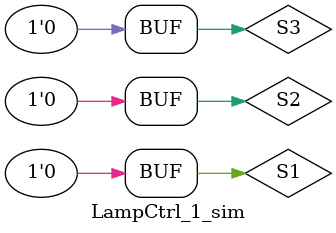
<source format=v>
`timescale 1ns / 1ps


module LampCtrl_1_sim();
// Inputs
   reg S1;
   reg S2;
   reg S3;

// Output
   wire F;

// Bidirs

// Instantiate the UUT
   LampCtrl_1 UUT (
		.S1(S1), 
		.S2(S2), 
		.S3(S3), 
		.F(F)
	);
// Initialize Inputs
//   `ifdef auto_init
	initial begin
		S1 = 0;
		S2 = 0;
		S3 = 0;
	#50 S1 = 1;
	#50 S1 = 0;
		S2 = 1;
	#50 S1 = 1;
	#50 S1 = 0;
		S2 = 0;
		S3 = 1;
   #50 S1 = 1;
	#50 S1 = 0;
		S2 = 1;
	#50 S1 = 1;
	#50 S1 = 0;
		S2 = 0;
		S3 = 0;
	end
//  `endif

endmodule


</source>
